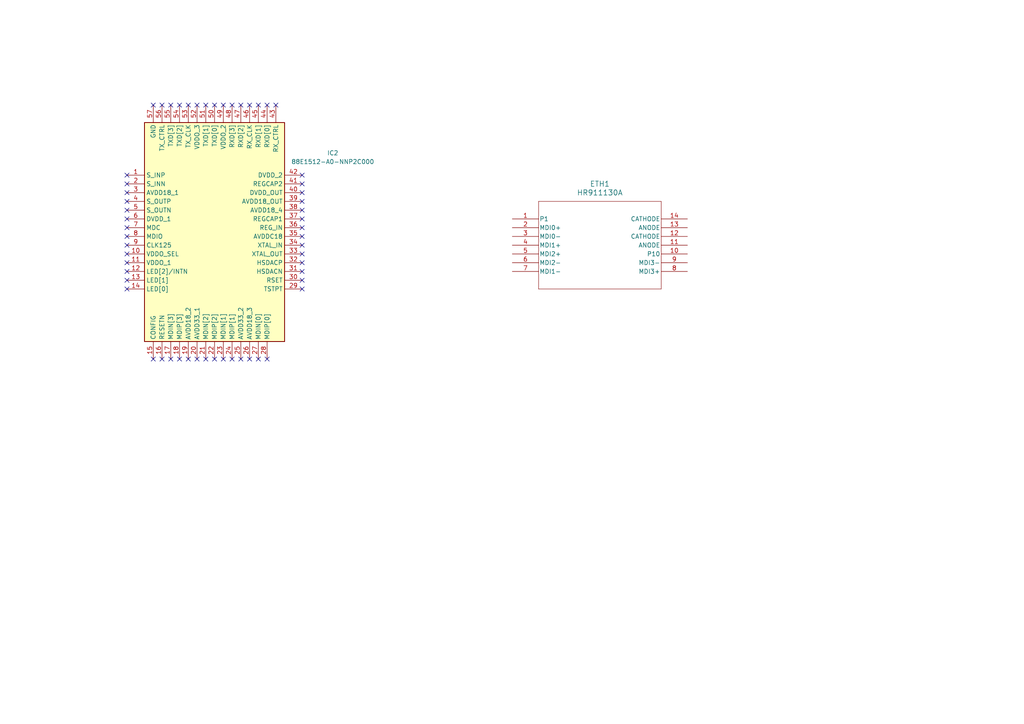
<source format=kicad_sch>
(kicad_sch (version 20250114) (generator "eeschema") (generator_version "9.0")
  (paper "A4")
  (lib_symbols
    (symbol "!Misc:88E1512-A0-NNP2C000"
      (property "Reference" "IC" (at 46.99 20.32 0))
      (property "Value" "88E1512-A0-NNP2C000" (at 46.99 17.78 0))
      (symbol "88E1512-A0-NNP2C000_1_1"
        (rectangle (start 5.08 15.24) (end 45.72 -48.26) (stroke (width 0.254)) (fill (type background)))
        (pin passive line (at 0 0 0) (length 5.08) (name "S_INP") (number "1"))
        (pin passive line (at 0 -2.54 0) (length 5.08) (name "S_INN") (number "2"))
        (pin passive line (at 0 -5.08 0) (length 5.08) (name "AVDD18_1") (number "3"))
        (pin passive line (at 0 -7.62 0) (length 5.08) (name "S_OUTP") (number "4"))
        (pin passive line (at 0 -10.16 0) (length 5.08) (name "S_OUTN") (number "5"))
        (pin passive line (at 0 -12.7 0) (length 5.08) (name "DVDD_1") (number "6"))
        (pin passive line (at 0 -15.24 0) (length 5.08) (name "MDC") (number "7"))
        (pin passive line (at 0 -17.78 0) (length 5.08) (name "MDIO") (number "8"))
        (pin passive line (at 0 -20.32 0) (length 5.08) (name "CLK125") (number "9"))
        (pin passive line (at 0 -22.86 0) (length 5.08) (name "VDDO_SEL") (number "10"))
        (pin passive line (at 0 -25.4 0) (length 5.08) (name "VDDO_1") (number "11"))
        (pin passive line (at 0 -27.94 0) (length 5.08) (name "LED[2]/INTN") (number "12"))
        (pin passive line (at 0 -30.48 0) (length 5.08) (name "LED[1]") (number "13"))
        (pin passive line (at 0 -33.02 0) (length 5.08) (name "LED[0]") (number "14"))
        (pin passive line (at 7.62 20.32 270) (length 5.08) (name "GND") (number "57"))
        (pin passive line (at 7.62 -53.34 90) (length 5.08) (name "CONFIG") (number "15"))
        (pin passive line (at 10.16 20.32 270) (length 5.08) (name "TX_CTRL") (number "56"))
        (pin passive line (at 10.16 -53.34 90) (length 5.08) (name "RESETN") (number "16"))
        (pin passive line (at 12.7 20.32 270) (length 5.08) (name "TXD[3]") (number "55"))
        (pin passive line (at 12.7 -53.34 90) (length 5.08) (name "MDIN[3]") (number "17"))
        (pin passive line (at 15.24 20.32 270) (length 5.08) (name "TXD[2]") (number "54"))
        (pin passive line (at 15.24 -53.34 90) (length 5.08) (name "MDIP[3]") (number "18"))
        (pin passive line (at 17.78 20.32 270) (length 5.08) (name "TX_CLK") (number "53"))
        (pin passive line (at 17.78 -53.34 90) (length 5.08) (name "AVDD18_2") (number "19"))
        (pin passive line (at 20.32 20.32 270) (length 5.08) (name "VDDO_3") (number "52"))
        (pin passive line (at 20.32 -53.34 90) (length 5.08) (name "AVDD33_1") (number "20"))
        (pin passive line (at 22.86 20.32 270) (length 5.08) (name "TXD[1]") (number "51"))
        (pin passive line (at 22.86 -53.34 90) (length 5.08) (name "MDIN[2]") (number "21"))
        (pin passive line (at 25.4 20.32 270) (length 5.08) (name "TXD[0]") (number "50"))
        (pin passive line (at 25.4 -53.34 90) (length 5.08) (name "MDIP[2]") (number "22"))
        (pin passive line (at 27.94 20.32 270) (length 5.08) (name "VDDO_2") (number "49"))
        (pin passive line (at 27.94 -53.34 90) (length 5.08) (name "MDIN[1]") (number "23"))
        (pin passive line (at 30.48 20.32 270) (length 5.08) (name "RXD[3]") (number "48"))
        (pin passive line (at 30.48 -53.34 90) (length 5.08) (name "MDIP[1]") (number "24"))
        (pin passive line (at 33.02 20.32 270) (length 5.08) (name "RXD[2]") (number "47"))
        (pin passive line (at 33.02 -53.34 90) (length 5.08) (name "AVDD33_2") (number "25"))
        (pin passive line (at 35.56 20.32 270) (length 5.08) (name "RX_CLK") (number "46"))
        (pin passive line (at 35.56 -53.34 90) (length 5.08) (name "AVDD18_3") (number "26"))
        (pin passive line (at 38.1 20.32 270) (length 5.08) (name "RXD[1]") (number "45"))
        (pin passive line (at 38.1 -53.34 90) (length 5.08) (name "MDIN[0]") (number "27"))
        (pin passive line (at 40.64 20.32 270) (length 5.08) (name "RXD[0]") (number "44"))
        (pin passive line (at 40.64 -53.34 90) (length 5.08) (name "MDIP[0]") (number "28"))
        (pin passive line (at 43.18 20.32 270) (length 5.08) (name "RX_CTRL") (number "43"))
        (pin passive line (at 50.8 0 180) (length 5.08) (name "DVDD_2") (number "42"))
        (pin passive line (at 50.8 -2.54 180) (length 5.08) (name "REGCAP2") (number "41"))
        (pin passive line (at 50.8 -5.08 180) (length 5.08) (name "DVDD_OUT") (number "40"))
        (pin passive line (at 50.8 -7.62 180) (length 5.08) (name "AVDD18_OUT") (number "39"))
        (pin passive line (at 50.8 -10.16 180) (length 5.08) (name "AVDD18_4") (number "38"))
        (pin passive line (at 50.8 -12.7 180) (length 5.08) (name "REGCAP1") (number "37"))
        (pin passive line (at 50.8 -15.24 180) (length 5.08) (name "REG_IN") (number "36"))
        (pin passive line (at 50.8 -17.78 180) (length 5.08) (name "AVDDC18") (number "35"))
        (pin passive line (at 50.8 -20.32 180) (length 5.08) (name "XTAL_IN") (number "34"))
        (pin passive line (at 50.8 -22.86 180) (length 5.08) (name "XTAL_OUT") (number "33"))
        (pin passive line (at 50.8 -25.4 180) (length 5.08) (name "HSDACP") (number "32"))
        (pin passive line (at 50.8 -27.94 180) (length 5.08) (name "HSDACN") (number "31"))
        (pin passive line (at 50.8 -30.48 180) (length 5.08) (name "RSET") (number "30"))
        (pin passive line (at 50.8 -33.02 180) (length 5.08) (name "TSTPT") (number "29"))
      )
    )
    (symbol "!Misc:HR911130A" (pin_names (offset 0.254))
      (property "Reference" "ETH" (at 25.4 10.16 0))
      (property "Value" "HR911130A" (at 25.4 7.62 0))
      (symbol "HR911130A_0_1"
        (polyline (pts (xy 7.62 5.08) (xy 7.62 -20.32)) (stroke (width 0.127)))
        (polyline (pts (xy 7.62 -20.32) (xy 43.18 -20.32)) (stroke (width 0.127)))
        (polyline (pts (xy 43.18 5.08) (xy 7.62 5.08)) (stroke (width 0.127)))
        (polyline (pts (xy 43.18 -20.32) (xy 43.18 5.08)) (stroke (width 0.127)))
        (pin unspecified line (at 0 0 0) (length 7.62) (name "P1") (number "1"))
        (pin unspecified line (at 0 -2.54 0) (length 7.62) (name "MDI0+") (number "2"))
        (pin unspecified line (at 0 -5.08 0) (length 7.62) (name "MDI0-") (number "3"))
        (pin unspecified line (at 0 -7.62 0) (length 7.62) (name "MDI1+") (number "4"))
        (pin unspecified line (at 0 -10.16 0) (length 7.62) (name "MDI2+") (number "5"))
        (pin unspecified line (at 0 -12.7 0) (length 7.62) (name "MDI2-") (number "6"))
        (pin unspecified line (at 0 -15.24 0) (length 7.62) (name "MDI1-") (number "7"))
        (pin unspecified line (at 50.8 0 180) (length 7.62) (name "CATHODE") (number "14"))
        (pin unspecified line (at 50.8 -2.54 180) (length 7.62) (name "ANODE") (number "13"))
        (pin unspecified line (at 50.8 -5.08 180) (length 7.62) (name "CATHODE") (number "12"))
        (pin unspecified line (at 50.8 -7.62 180) (length 7.62) (name "ANODE") (number "11"))
        (pin unspecified line (at 50.8 -10.16 180) (length 7.62) (name "P10") (number "10"))
        (pin unspecified line (at 50.8 -12.7 180) (length 7.62) (name "MDI3-") (number "9"))
        (pin unspecified line (at 50.8 -15.24 180) (length 7.62) (name "MDI3+") (number "8"))
      )
    )
  )
  (no_connect (at 46.99 30.48))
  (no_connect (at 77.47 104.14))
  (no_connect (at 87.63 68.58))
  (no_connect (at 74.93 104.14))
  (no_connect (at 46.99 104.14))
  (no_connect (at 36.83 53.34))
  (no_connect (at 54.61 30.48))
  (no_connect (at 67.31 30.48))
  (no_connect (at 36.83 66.04))
  (no_connect (at 36.83 81.28))
  (no_connect (at 69.85 104.14))
  (no_connect (at 72.39 30.48))
  (no_connect (at 36.83 50.8))
  (no_connect (at 87.63 60.96))
  (no_connect (at 80.01 30.48))
  (no_connect (at 87.63 83.82))
  (no_connect (at 44.45 30.48))
  (no_connect (at 36.83 83.82))
  (no_connect (at 62.23 30.48))
  (no_connect (at 87.63 73.66))
  (no_connect (at 87.63 76.2))
  (no_connect (at 36.83 71.12))
  (no_connect (at 87.63 63.5))
  (no_connect (at 54.61 104.14))
  (no_connect (at 52.07 104.14))
  (no_connect (at 36.83 63.5))
  (no_connect (at 87.63 53.34))
  (no_connect (at 36.83 68.58))
  (no_connect (at 36.83 58.42))
  (no_connect (at 36.83 73.66))
  (no_connect (at 69.85 30.48))
  (no_connect (at 49.53 104.14))
  (no_connect (at 74.93 30.48))
  (no_connect (at 87.63 50.8))
  (no_connect (at 44.45 104.14))
  (no_connect (at 67.31 104.14))
  (no_connect (at 62.23 104.14))
  (no_connect (at 57.15 104.14))
  (no_connect (at 52.07 30.48))
  (no_connect (at 87.63 81.28))
  (no_connect (at 36.83 76.2))
  (no_connect (at 36.83 60.96))
  (no_connect (at 57.15 30.48))
  (no_connect (at 59.69 30.48))
  (no_connect (at 87.63 55.88))
  (no_connect (at 64.77 30.48))
  (no_connect (at 77.47 30.48))
  (no_connect (at 87.63 58.42))
  (no_connect (at 87.63 78.74))
  (no_connect (at 59.69 104.14))
  (no_connect (at 64.77 104.14))
  (no_connect (at 49.53 30.48))
  (no_connect (at 72.39 104.14))
  (no_connect (at 87.63 66.04))
  (no_connect (at 36.83 78.74))
  (no_connect (at 36.83 55.88))
  (no_connect (at 87.63 71.12))
  (symbol (lib_id "!Misc:HR911130A") (at 148.59 63.5 0) (unit 1)
    (property "Reference" "ETH1" (at 173.99 53.34 0) (effects (font (size 1.524 1.524))))
    (property "Value" "HR911130A" (at 173.99 55.88 0) (effects (font (size 1.524 1.524))))
    (property "Footprint" "!Misc:HR911130A_HAN" (effects (hide yes)))
    (property "Datasheet" "HR911130A" (effects (hide yes)))
    (property "LCSC Part #" "C54408" (effects (hide yes)))
  )
  (symbol (lib_id "!Misc:88E1512-A0-NNP2C000") (at 36.83 50.8 0) (unit 1)
    (property "Reference" "IC2" (at 96.52 44.3798 0))
    (property "Value" "88E1512-A0-NNP2C000" (at 96.52 46.9198 0))
    (property "Footprint" "!Misc:88E1512-A0-NNP2C000" (effects (hide yes)))
    (property "Datasheet" "https://www.marvell.com/content/dam/marvell/en/public-collateral/phys-transceivers/marvell-phys-transceivers-alaska-88e151x-datasheet.pdf" (effects (hide yes)))
    (property "Description" "Ethernet ICs Single-port EEE Gigabit Ethernet PHY w/RGMII; SGMII with auto-media detect in 56-pin QFN package" (effects (hide yes)))
    (property "LCSC Part #" "C845579" (effects (hide yes)))
    (property "Digi-Key Part Number" "2208-88E1512-A0-NNP2C000-ND" (effects (hide yes)))
  )
)
</source>
